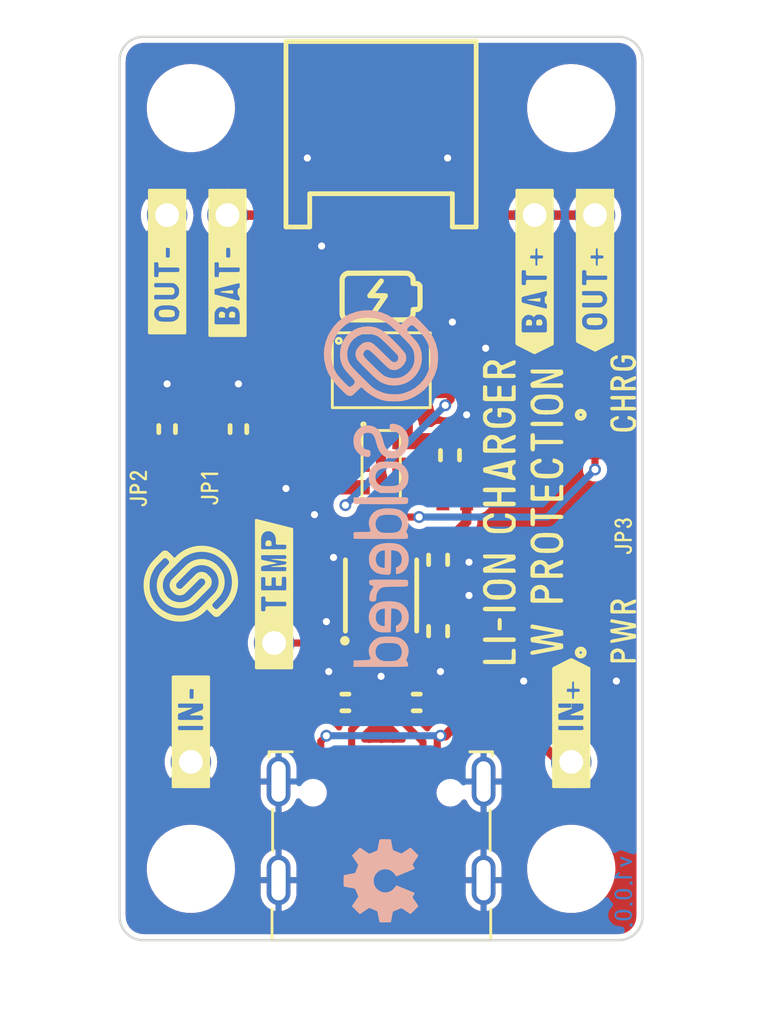
<source format=kicad_pcb>
(kicad_pcb (version 20210126) (generator pcbnew)
  (layers (0 "F.Cu" mixed) (31 "B.Cu" signal) (34 "B.Paste" user) (35 "F.Paste" user) (36 "B.SilkS" user "B.Silkscreen") (37 "F.SilkS" user "F.Silkscreen") (38 "B.Mask" user) (39 "F.Mask" user) (44 "Edge.Cuts" user))
  (net 0 "")
  (net 1 "VUSB")
  (net 2 "GND")
  (net 3 "VBAT")
  (net 4 "GND_ISO")
  (net 5 "Net-(C3-Pad1)")
  (net 6 "Net-(D1-Pad1)")
  (net 7 "Net-(D2-Pad2)")
  (net 8 "PROG")
  (net 9 "Net-(JP1-Pad1)")
  (net 10 "Net-(JP2-Pad1)")
  (net 14 "Net-(K1-PadB5)")
  (net 18 "Net-(K1-PadA5)")
  (net 19 "TEMP")
  (net 20 "Net-(R6-Pad1)")
  (net 21 "Net-(R7-Pad2)")
  (net 24 "OC")
  (net 25 "OD")
  (net 28 "Net-(R3-Pad1)")
  (footprint "e-radionica.com footprinti:HOLE_3.2mm" (layer "F.Cu") (at 119 85)
    (fp_text reference "H4" hide)
    (fp_text value "HOLE_3.2mm" hide)
    (pad "" np_thru_hole circle (at 0 0) (size 3.2 3.2) (drill 3.2) (layers F&B.Cu *.Mask))
  )
  (footprint "buzzardLabel" (layer "F.Cu") (at 102 88 90)
    (fp_text reference "" (at 0 0 90) (layer "F.SilkS") (effects (font (size 1.27 1.27))))
    (fp_text value "" (at 0 0 90) (layer "F.SilkS") (effects (font (size 1.27 1.27))))
  )
  (footprint "e-radionica.com footprinti:0402LED" (layer "F.Cu") (at 120 97 -90)
    (fp_text reference "D2")
    (fp_text value "red")
    (pad "1" smd rect (at -0.55 0) (size 0.75 0.45) (layers "F.Cu" "F.Paste" "F.Mask") (net 1 "VUSB"))
    (pad "2" smd rect (at 0.55 0) (size 0.75 0.45) (layers "F.Cu" "F.Paste" "F.Mask") (net 7 "Net-(D2-Pad2)"))
  )
  (footprint "e-radionica.com footprinti:TP4056M-MSOP8" (layer "F.Cu") (at 111 105.5 90)
    (fp_text reference "U1")
    (fp_text value "TP4056M")
    (pad "1" smd rect (at -1.975 -0.975 90) (size 1.35 0.45) (layers "F.Cu" "F.Paste" "F.Mask") (net 19 "TEMP"))
    (pad "2" smd rect (at -1.975 -0.325 90) (size 1.35 0.45) (layers "F.Cu" "F.Paste" "F.Mask") (net 8 "PROG"))
    (pad "3" smd rect (at -1.975 0.325 90) (size 1.35 0.45) (layers "F.Cu" "F.Paste" "F.Mask") (net 2 "GND"))
    (pad "4" smd rect (at -1.975 0.975 90) (size 1.35 0.45) (layers "F.Cu" "F.Paste" "F.Mask") (net 1 "VUSB"))
    (pad "5" smd rect (at 1.975 0.975 90) (size 1.35 0.45) (layers "F.Cu" "F.Paste" "F.Mask") (net 3 "VBAT"))
    (pad "6" smd rect (at 1.975 0.325 90) (size 1.35 0.45) (layers "F.Cu" "F.Paste" "F.Mask"))
    (pad "7" smd rect (at 1.975 -0.325 90) (size 1.35 0.45) (layers "F.Cu" "F.Paste" "F.Mask") (net 20 "Net-(R6-Pad1)"))
    (pad "8" smd rect (at 1.975 -0.975 90) (size 1.35 0.45) (layers "F.Cu" "F.Paste" "F.Mask") (net 1 "VUSB"))
  )
  (footprint "buzzardLabel" (layer "F.Cu") (at 119 114 90)
    (fp_text reference "" (at 0 0 90) (layer "F.SilkS") (effects (font (size 1.27 1.27))))
    (fp_text value "" (at 0 0 90) (layer "F.SilkS") (effects (font (size 1.27 1.27))))
  )
  (footprint "e-radionica.com footprinti:0603C" (layer "F.Cu") (at 113.9 99.6 90)
    (fp_text reference "C3")
    (fp_text value "0.1uF")
    (pad "1" smd rect (at -0.73 0 90) (size 0.66 1) (layers "F.Cu" "F.Paste" "F.Mask") (net 5 "Net-(C3-Pad1)"))
    (pad "2" smd rect (at 0.73 0 90) (size 0.66 1) (layers "F.Cu" "F.Paste" "F.Mask") (net 4 "GND_ISO"))
  )
  (footprint "e-radionica.com footprinti:SMD-JUMPER-CONNECTED_TRACE_NOSLODERMASK" (layer "F.Cu") (at 120 103 -90)
    (fp_text reference "JP3")
    (fp_text value "SMD-JUMPER-CONNECTED_TRACE_NOSLODERMASK")
    (fp_poly (pts (xy 0.1 0.1) (xy -0.1 0.1) (xy -0.1 -0.1) (xy 0.1 -0.1)) (layer "F.Cu") (width 0.1) (fill solid))
    (pad "1" smd rect (at -0.35 0 270) (size 0.5 1) (layers "F.Cu") (net 1 "VUSB"))
    (pad "2" smd rect (at 0.35 0 270) (size 0.5 1) (layers "F.Cu") (net 28 "Net-(R3-Pad1)"))
  )
  (footprint "buzzardLabel" (layer "F.Cu") (at 121.2 97 90)
    (fp_text reference "" (at 0 0 90) (layer "F.SilkS") (effects (font (size 1.27 1.27))))
    (fp_text value "" (at 0 0 90) (layer "F.SilkS") (effects (font (size 1.27 1.27))))
  )
  (footprint "e-radionica.com footprinti:Sot23-6" (layer "F.Cu") (at 111 100)
    (fp_text reference "U2")
    (fp_text value "DW01-P(SOT23-6)")
    (pad "1" smd rect (at -1.1375 -0.95) (size 1.325 0.6) (layers "F.Cu" "F.Paste" "F.Mask") (net 25 "OD"))
    (pad "2" smd rect (at -1.1375 0) (size 1.325 0.6) (layers "F.Cu" "F.Paste" "F.Mask") (net 21 "Net-(R7-Pad2)"))
    (pad "3" smd rect (at -1.1375 0.95) (size 1.325 0.6) (layers "F.Cu" "F.Paste" "F.Mask") (net 24 "OC"))
    (pad "4" smd rect (at 1.1375 0.95) (size 1.325 0.6) (layers "F.Cu" "F.Paste" "F.Mask"))
    (pad "5" smd rect (at 1.1375 0) (size 1.325 0.6) (layers "F.Cu" "F.Paste" "F.Mask") (net 5 "Net-(C3-Pad1)"))
    (pad "6" smd rect (at 1.1375 -0.95) (size 1.325 0.6) (layers "F.Cu" "F.Paste" "F.Mask") (net 4 "GND_ISO"))
  )
  (footprint "buzzardLabel" (layer "F.Cu") (at 100.8 101 90)
    (fp_text reference "" (at 0 0 90) (layer "F.SilkS") (effects (font (size 1.27 1.27))))
    (fp_text value "" (at 0 0 90) (layer "F.SilkS") (effects (font (size 1.27 1.27))))
  )
  (footprint "buzzardLabel" (layer "F.Cu") (at 120 88 90)
    (fp_text reference "" (at 0 0 90) (layer "F.SilkS") (effects (font (size 1.27 1.27))))
    (fp_text value "" (at 0 0 90) (layer "F.SilkS") (effects (font (size 1.27 1.27))))
  )
  (footprint "e-radionica.com footprinti:0402R" (layer "F.Cu") (at 120 105 -90)
    (fp_text reference "R3")
    (fp_text value "330R")
    (pad "1" smd rect (at -0.5 0) (size 0.64 0.54) (layers "F.Cu" "F.Paste" "F.Mask") (net 28 "Net-(R3-Pad1)"))
    (pad "2" smd rect (at 0.5 0) (size 0.64 0.54) (layers "F.Cu" "F.Paste" "F.Mask") (net 6 "Net-(D1-Pad1)"))
  )
  (footprint "e-radionica.com footprinti:U262-161N-4BVC11" (layer "F.Cu") (at 111 115)
    (fp_text reference "K1")
    (fp_text value "U262-161N-4BVC11")
    (pad "" np_thru_hole circle (at -2.862 -1.2) (size 0.65 0.65) (drill 0.65) (layers F&B.Cu *.Mask))
    (pad "" np_thru_hole circle (at 2.913 -1.2) (size 0.65 0.65) (drill 0.65) (layers F&B.Cu *.Mask))
    (pad "A1" smd rect (at -3.337 -2.475) (size 0.3 1.15) (layers "F.Cu" "F.Paste" "F.Mask") (net 2 "GND"))
    (pad "A4" smd rect (at -2.537 -2.475) (size 0.3 1.15) (layers "F.Cu" "F.Paste" "F.Mask") (net 1 "VUSB"))
    (pad "A5" smd rect (at -1.237 -2.475) (size 0.3 1.15) (layers "F.Cu" "F.Paste" "F.Mask") (net 18 "Net-(K1-PadA5)"))
    (pad "A6" smd rect (at -0.237 -2.475) (size 0.3 1.15) (layers "F.Cu" "F.Paste" "F.Mask"))
    (pad "A7" smd rect (at 0.263 -2.475) (size 0.3 1.15) (layers "F.Cu" "F.Paste" "F.Mask"))
    (pad "A8" smd rect (at 1.263 -2.475) (size 0.3 1.15) (layers "F.Cu" "F.Paste" "F.Mask"))
    (pad "A9" smd rect (at 2.563 -2.475) (size 0.3 1.15) (layers "F.Cu" "F.Paste" "F.Mask") (net 1 "VUSB"))
    (pad "A12" smd rect (at 3.338 -2.475) (size 0.3 1.15) (layers "F.Cu" "F.Paste" "F.Mask") (net 2 "GND"))
    (pad "B1" smd rect (at 3.138 -2.475) (size 0.3 1.15) (layers "F.Cu" "F.Paste" "F.Mask") (net 2 "GND"))
    (pad "B4" smd rect (at 2.363 -2.475) (size 0.3 1.15) (layers "F.Cu" "F.Paste" "F.Mask") (net 1 "VUSB"))
    (pad "B5" smd rect (at 1.763 -2.475) (size 0.3 1.15) (layers "F.Cu" "F.Paste" "F.Mask") (net 14 "Net-(K1-PadB5)"))
    (pad "B6" smd rect (at 0.763 -2.475) (size 0.3 1.15) (layers "F.Cu" "F.Paste" "F.Mask"))
    (pad "B7" smd rect (at -0.737 -2.475) (size 0.3 1.15) (layers "F.Cu" "F.Paste" "F.Mask"))
    (pad "B8" smd rect (at -1.737 -2.475) (size 0.3 1.15) (layers "F.Cu" "F.Paste" "F.Mask"))
    (pad "B9" smd rect (at -2.337 -2.475) (size 0.3 1.15) (layers "F.Cu" "F.Paste" "F.Mask") (net 1 "VUSB"))
    (pad "B12" smd rect (at -3.112 -2.475) (size 0.3 1.15) (layers "F.Cu" "F.Paste" "F.Mask") (net 2 "GND"))
    (pad "SH" thru_hole oval (at 4.313 -1.675) (size 1 2.1) (drill oval 0.6 1.7) (layers *.Cu *.Mask) (net 2 "GND"))
    (pad "SH" thru_hole oval (at 4.313 2.475) (size 1 2.1) (drill oval 0.6 1.7) (layers *.Cu *.Mask) (net 2 "GND"))
    (pad "SH" thru_hole oval (at -4.312 2.475) (size 1 2.1) (drill oval 0.6 1.7) (layers *.Cu *.Mask) (net 2 "GND"))
    (pad "SH" thru_hole oval (at -4.312 -1.675) (size 1 2.1) (drill oval 0.6 1.7) (layers *.Cu *.Mask) (net 2 "GND"))
  )
  (footprint "e-radionica.com footprinti:0603R" (layer "F.Cu") (at 105 98.5 -90)
    (fp_text reference "R4")
    (fp_text value "4.7k")
    (pad "1" smd rect (at -0.775 0) (size 1 0.64) (layers "F.Cu" "F.Paste" "F.Mask") (net 2 "GND"))
    (pad "2" smd rect (at 0.775 0) (size 1 0.64) (layers "F.Cu" "F.Paste" "F.Mask") (net 9 "Net-(JP1-Pad1)"))
  )
  (footprint "e-radionica.com footprinti:FIDUCIAL_1MM_PASTE" (layer "F.Cu") (at 110 118)
    (fp_text reference "FD1")
    (fp_text value "Fiducial_Stencil")
    (pad "1" smd circle (at 0 0) (size 1 1) (property pad_prop_fiducial_glob) (layers "F.Cu" "F.Paste" "F.Mask"))
  )
  (footprint "Soldered Graphics:Logo-Back-OSH-3.5mm" (layer "F.Cu") (at 111 117.5 90)
    (fp_text reference "G***" hide)
    (fp_text value "LOGO" hide)
  )
  (footprint "e-radionica.com footprinti:HOLE_3.2mm" (layer "F.Cu") (at 103 117)
    (fp_text reference "H1" hide)
    (fp_text value "HOLE_3.2mm" hide)
    (pad "" np_thru_hole circle (at 0 0) (size 3.2 3.2) (drill 3.2) (layers F&B.Cu *.Mask))
  )
  (footprint "Soldered Graphics:Symbol-Front-Battery" (layer "F.Cu") (at 111 93)
    (fp_text reference "G***" hide)
    (fp_text value "LOGO" hide)
  )
  (footprint "Soldered Graphics:Logo-Front-Soldered-4mm" (layer "F.Cu") (at 103 105 90)
    (fp_text reference "G***" hide)
    (fp_text value "LOGO" hide)
  )
  (footprint "e-radionica.com footprinti:JST-2pin-SMD" (layer "F.Cu") (at 111 87)
    (fp_text reference "K7")
    (fp_text value "JST-2pin-SMD")
    (pad "" smd rect (at 3.3 -3.15) (size 1 3) (layers "F.Cu" "F.Paste" "F.Mask"))
    (pad "" smd rect (at -3.3 -3.15) (size 1 3) (layers "F.Cu" "F.Paste" "F.Mask"))
    (pad "1" smd rect (at 1 3.15) (size 1.1 2) (layers "F.Cu" "F.Paste" "F.Mask") (net 3 "VBAT"))
    (pad "2" smd rect (at -1 3.15) (size 1.1 2) (layers "F.Cu" "F.Paste" "F.Mask") (net 4 "GND_ISO"))
  )
  (footprint "buzzardLabel" (layer "F.Cu") (at 117.46 88 90)
    (fp_text reference "" (at 0 0 90) (layer "F.SilkS") (effects (font (size 1.27 1.27))))
    (fp_text value "" (at 0 0 90) (layer "F.SilkS") (effects (font (size 1.27 1.27))))
  )
  (footprint "buzzardLabel" (layer "F.Cu") (at 121.2 107 90)
    (fp_text reference "" (at 0 0 90) (layer "F.SilkS") (effects (font (size 1.27 1.27))))
    (fp_text value "" (at 0 0 90) (layer "F.SilkS") (effects (font (size 1.27 1.27))))
  )
  (footprint "e-radionica.com footprinti:0402LED" (layer "F.Cu") (at 120 107 -90)
    (fp_text reference "D1")
    (fp_text value "purple")
    (pad "1" smd rect (at -0.55 0) (size 0.75 0.45) (layers "F.Cu" "F.Paste" "F.Mask") (net 6 "Net-(D1-Pad1)"))
    (pad "2" smd rect (at 0.55 0) (size 0.75 0.45) (layers "F.Cu" "F.Paste" "F.Mask") (net 2 "GND"))
  )
  (footprint "e-radionica.com footprinti:0402R" (layer "F.Cu") (at 120 99 90)
    (fp_text reference "R6")
    (fp_text value "100R")
    (pad "1" smd rect (at -0.5 0 180) (size 0.64 0.54) (layers "F.Cu" "F.Paste" "F.Mask") (net 20 "Net-(R6-Pad1)"))
    (pad "2" smd rect (at 0.5 0 180) (size 0.64 0.54) (layers "F.Cu" "F.Paste" "F.Mask") (net 7 "Net-(D2-Pad2)"))
  )
  (footprint "buzzardLabel" (layer "F.Cu") (at 118 102 90)
    (fp_text reference "" (at 0 0 90) (layer "F.SilkS") (effects (font (size 1.27 1.27))))
    (fp_text value "" (at 0 0 90) (layer "F.SilkS") (effects (font (size 1.27 1.27))))
  )
  (footprint "Soldered Graphics:Logo-Back-SolderedFULL-15mm" (layer "F.Cu") (at 111 101 90)
    (fp_text reference "REF**" hide)
    (fp_text value "Logo-Front-SolderedFULL-15mm" hide)
  )
  (footprint "buzzardLabel" (layer "F.Cu") (at 116 102 90)
    (fp_text reference "" (at 0 0 90) (layer "F.SilkS") (effects (font (size 1.27 1.27))))
    (fp_text value "" (at 0 0 90) (layer "F.SilkS") (effects (font (size 1.27 1.27))))
  )
  (footprint "e-radionica.com footprinti:SMD_JUMPER" (layer "F.Cu") (at 105 101 -90)
    (fp_text reference "JP1")
    (fp_text value "SMD_JUMPER")
    (pad "1" smd rect (at -0.35 0 270) (size 0.5 1) (layers "F.Cu" "F.Mask") (net 9 "Net-(JP1-Pad1)"))
    (pad "2" smd rect (at 0.35 0 270) (size 0.5 1) (layers "F.Cu" "F.Mask") (net 8 "PROG"))
  )
  (footprint "e-radionica.com footprinti:0603R" (layer "F.Cu") (at 102 98.5 -90)
    (fp_text reference "R5")
    (fp_text value "2k49")
    (pad "1" smd rect (at -0.775 0) (size 1 0.64) (layers "F.Cu" "F.Paste" "F.Mask") (net 2 "GND"))
    (pad "2" smd rect (at 0.775 0) (size 1 0.64) (layers "F.Cu" "F.Paste" "F.Mask") (net 10 "Net-(JP2-Pad1)"))
  )
  (footprint "buzzardLabel" (layer "F.Cu") (at 121.2 103 90)
    (fp_text reference "" (at 0 0 90) (layer "F.SilkS") (effects (font (size 1.27 1.27))))
    (fp_text value "" (at 0 0 90) (layer "F.SilkS") (effects (font (size 1.27 1.27))))
  )
  (footprint "buzzardLabel" (layer "F.Cu") (at 103.8 101 90)
    (fp_text reference "" (at 0 0 90) (layer "F.SilkS") (effects (font (size 1.27 1.27))))
    (fp_text value "" (at 0 0 90) (layer "F.SilkS") (effects (font (size 1.27 1.27))))
  )
  (footprint "e-radionica.com footprinti:TSSOP8" (layer "F.Cu") (at 111 96)
    (fp_text reference "U3")
    (fp_text value "FS8205A")
    (pad "1" smd rect (at -2.95 -0.975) (size 1.45 0.45) (layers "F.Cu" "F.Paste" "F.Mask"))
    (pad "2" smd rect (at -2.95 -0.325) (size 1.45 0.45) (layers "F.Cu" "F.Paste" "F.Mask") (net 4 "GND_ISO"))
    (pad "3" smd rect (at -2.95 0.325) (size 1.45 0.45) (layers "F.Cu" "F.Paste" "F.Mask") (net 4 "GND_ISO"))
    (pad "4" smd rect (at -2.95 0.975) (size 1.45 0.45) (layers "F.Cu" "F.Paste" "F.Mask") (net 25 "OD"))
    (pad "5" smd rect (at 2.95 0.975) (size 1.45 0.45) (layers "F.Cu" "F.Paste" "F.Mask") (net 24 "OC"))
    (pad "6" smd rect (at 2.95 0.325) (size 1.45 0.45) (layers "F.Cu" "F.Paste" "F.Mask") (net 2 "GND"))
    (pad "7" smd rect (at 2.95 -0.325) (size 1.45 0.45) (layers "F.Cu" "F.Paste" "F.Mask") (net 2 "GND"))
    (pad "8" smd rect (at 2.95 -0.975) (size 1.45 0.45) (layers "F.Cu" "F.Paste" "F.Mask"))
  )
  (footprint "e-radionica.com footprinti:0603R" (layer "F.Cu") (at 112.5 110)
    (fp_text reference "R1")
    (fp_text value "5.1k")
    (pad "1" smd rect (at -0.775 0 90) (size 1 0.64) (layers "F.Cu" "F.Paste" "F.Mask") (net 14 "Net-(K1-PadB5)"))
    (pad "2" smd rect (at 0.775 0 90) (size 1 0.64) (layers "F.Cu" "F.Paste" "F.Mask") (net 2 "GND"))
  )
  (footprint "e-radionica.com footprinti:HOLE_3.2mm" (layer "F.Cu") (at 119 117)
    (fp_text reference "H2" hide)
    (fp_text value "HOLE_3.2mm" hide)
    (pad "" np_thru_hole circle (at 0 0) (size 3.2 3.2) (drill 3.2) (layers F&B.Cu *.Mask))
  )
  (footprint "e-radionica.com footprinti:SMD_JUMPER_CONNECTED" (layer "F.Cu") (at 102 101 -90)
    (fp_text reference "JP2")
    (fp_text value "SMD-JUMPER-CONNECTED")
    (pad "1" smd rect (at -0.35 0 270) (size 0.5 1) (layers "F.Cu" "F.Paste" "F.Mask") (net 10 "Net-(JP2-Pad1)"))
    (pad "2" smd rect (at 0.35 0 270) (size 0.5 1) (layers "F.Cu" "F.Paste" "F.Mask") (net 8 "PROG"))
  )
  (footprint "buzzardLabel" (layer "F.Cu") (at 103 114 90)
    (fp_text reference "" (at 0 0 90) (layer "F.SilkS") (effects (font (size 1.27 1.27))))
    (fp_text value "" (at 0 0 90) (layer "F.SilkS") (effects (font (size 1.27 1.27))))
  )
  (footprint "buzzardLabel" (layer "F.Cu") (at 106.5 109 90)
    (fp_text reference "" (at 0 0 90) (layer "F.SilkS") (effects (font (size 1.27 1.27))))
    (fp_text value "" (at 0 0 90) (layer "F.SilkS") (effects (font (size 1.27 1.27))))
  )
  (footprint "e-radionica.com footprinti:0603C" (layer "F.Cu") (at 113.4 104 90)
    (fp_text reference "C2")
    (fp_text value "2.2uF")
    (pad "1" smd rect (at -0.73 0 90) (size 0.66 1) (layers "F.Cu" "F.Paste" "F.Mask") (net 2 "GND"))
    (pad "2" smd rect (at 0.73 0 90) (size 0.66 1) (layers "F.Cu" "F.Paste" "F.Mask") (net 3 "VBAT"))
  )
  (footprint "e-radionica.com footprinti:0402R" (layer "F.Cu") (at 114.1 101.6)
    (fp_text reference "R8")
    (fp_text value "100R")
    (pad "1" smd rect (at -0.5 0 90) (size 0.64 0.54) (layers "F.Cu" "F.Paste" "F.Mask") (net 5 "Net-(C3-Pad1)"))
    (pad "2" smd rect (at 0.5 0 90) (size 0.64 0.54) (layers "F.Cu" "F.Paste" "F.Mask") (net 3 "VBAT"))
  )
  (footprint "e-radionica.com footprinti:HOLE_3.2mm" (layer "F.Cu") (at 103 85)
    (fp_text reference "H3" hide)
    (fp_text value "HOLE_3.2mm" hide)
    (pad "" np_thru_hole circle (at 0 0) (size 3.2 3.2) (drill 3.2) (layers F&B.Cu *.Mask))
  )
  (footprint "e-radionica.com footprinti:0402R" (layer "F.Cu") (at 108.2 100.5 90)
    (fp_text reference "R7")
    (fp_text value "1k")
    (pad "1" smd rect (at -0.5 0 180) (size 0.64 0.54) (layers "F.Cu" "F.Paste" "F.Mask") (net 2 "GND"))
    (pad "2" smd rect (at 0.5 0 180) (size 0.64 0.54) (layers "F.Cu" "F.Paste" "F.Mask") (net 21 "Net-(R7-Pad2)"))
  )
  (footprint "e-radionica.com footprinti:0603R" (layer "F.Cu") (at 109.5 110 180)
    (fp_text reference "R2")
    (fp_text value "5.1k")
    (pad "1" smd rect (at -0.775 0 270) (size 1 0.64) (layers "F.Cu" "F.Paste" "F.Mask") (net 18 "Net-(K1-PadA5)"))
    (pad "2" smd rect (at 0.775 0 270) (size 1 0.64) (layers "F.Cu" "F.Paste" "F.Mask") (net 2 "GND"))
  )
  (footprint "buzzardLabel" (layer "F.Cu") (at 104.54 88 90)
    (fp_text reference "" (at 0 0 90) (layer "F.SilkS") (effects (font (size 1.27 1.27))))
    (fp_text value "" (at 0 0 90) (layer "F.SilkS") (effects (font (size 1.27 1.27))))
  )
  (footprint "e-radionica.com footprinti:0603C" (layer "F.Cu") (at 113.4 107 -90)
    (fp_text reference "C1")
    (fp_text value "2.2uF")
    (pad "1" smd rect (at -0.73 0 270) (size 0.66 1) (layers "F.Cu" "F.Paste" "F.Mask") (net 2 "GND"))
    (pad "2" smd rect (at 0.73 0 270) (size 0.66 1) (layers "F.Cu" "F.Paste" "F.Mask") (net 1 "VUSB"))
  )
  (footprint "e-radionica.com footprinti:HEADER_MALE_1X1" (layer "B.Cu") (at 106.5 107.5 180)
    (fp_text reference "K4")
    (fp_text value "HEADER_MALE_1X1")
    (pad "1" thru_hole circle (at 0 0 180) (size 1.7 1.7) (drill 1) (layers *.Cu *.Mask) (net 19 "TEMP"))
  )
  (footprint "e-radionica.com footprinti:HEADER_MALE_1X1" (layer "B.Cu") (at 119 112.5 180)
    (fp_text reference "K2")
    (fp_text value "HEADER_MALE_1X1")
    (pad "1" thru_hole circle (at 0 0 180) (size 1.7 1.7) (drill 1) (layers *.Cu *.Mask) (net 1 "VUSB"))
  )
  (footprint "e-radionica.com footprinti:HEADER_MALE_1X1" (layer "B.Cu") (at 120 89.5 180)
    (fp_text reference "K8")
    (fp_text value "HEADER_MALE_1X1")
    (pad "1" thru_hole circle (at 0 0 180) (size 1.7 1.7) (drill 1) (layers *.Cu *.Mask) (net 3 "VBAT"))
  )
  (footprint "e-radionica.com footprinti:HEADER_MALE_1X1" (layer "B.Cu") (at 102 89.5 180)
    (fp_text reference "K6")
    (fp_text value "HEADER_MALE_1X1")
    (pad "1" thru_hole circle (at 0 0 180) (size 1.7 1.7) (drill 1) (layers *.Cu *.Mask) (net 2 "GND"))
  )
  (footprint "e-radionica.com footprinti:HEADER_MALE_1X1" (layer "B.Cu") (at 104.54 89.5 180)
    (fp_text reference "K9")
    (fp_text value "HEADER_MALE_1X1")
    (pad "1" thru_hole circle (at 0 0 180) (size 1.7 1.7) (drill 1) (layers *.Cu *.Mask) (net 4 "GND_ISO"))
  )
  (footprint "Soldered Graphics:Version1.0.0." (layer "B.Cu") (at 121.2 118 -90)
    (fp_text reference "" (at 0 0 90) (layer "B.SilkS") (effects (font (size 1.27 1.27)) (justify mirror)))
    (fp_text value "" (at 0 0 90) (layer "B.SilkS") (effects (font (size 1.27 1.27)) (justify mirror)))
    (fp_poly (pts (xy 1.31 -0.38) (xy 1.36 -0.38) (xy 1.41 -0.37) (xy 1.42 -0.33) (xy 1.42 -0.27) (xy 1.38 -0.26) (xy 1.33 -0.26) (xy 1.3 -0.29) (xy 1.3 -0.34) (xy 1.31 -0.38)) (layer "B.Cu") (width 0.01) (fill solid))
    (fp_poly (pts (xy -1.33 -0.35) (xy -1.27 -0.35) (xy -1.25 -0.31) (xy -1.09 0.1) (xy -1.11 0.13) (xy -1.16 0.13) (xy -1.19 0.1) (xy -1.28 -0.16) (xy -1.3 -0.21) (xy -1.32 -0.17) (xy -1.41 0.09) (xy -1.44 0.13) (xy -1.49 0.13) (xy -1.51 0.1) (xy -1.36 -0.31) (xy -1.33 -0.35)) (layer "B.Cu") (width 0.01) (fill solid))
    (fp_poly (pts (xy 0.43 -0.38) (xy 0.48 -0.38) (xy 0.54 -0.37) (xy 0.54 -0.33) (xy 0.54 -0.27) (xy 0.5 -0.26) (xy 0.45 -0.26) (xy 0.42 -0.29) (xy 0.42 -0.34) (xy 0.43 -0.38)) (layer "B.Cu") (width 0.01) (fill solid))
    (fp_poly (pts (xy -0.44 -0.38) (xy -0.39 -0.38) (xy -0.34 -0.37) (xy -0.34 -0.33) (xy -0.34 -0.27) (xy -0.38 -0.26) (xy -0.43 -0.26) (xy -0.46 -0.29) (xy -0.46 -0.34) (xy -0.44 -0.38)) (layer "B.Cu") (width 0.01) (fill solid))
    (fp_poly (pts (xy 0.93 -0.35) (xy 0.99 -0.35) (xy 1.04 -0.33) (xy 1.01 -0.28) (xy 0.91 -0.28) (xy 0.87 -0.25) (xy 0.85 -0.2) (xy 0.83 -0.15) (xy 0.83 -0.11) (xy 0.82 0.01) (xy 0.83 0.13) (xy 0.83 0.17) (xy 0.84 0.22) (xy 0.87 0.27) (xy 0.9 0.3) (xy 1.01 0.3) (xy 1.04 0.26) (xy 1.05 0.21) (xy 1.06 0.15) (xy 1.07 0.05) (xy 1.07 -0.08) (xy 1.06 -0.12) (xy 1.06 -0.17) (xy 1.04 -0.22) (xy 1.02 -0.27) (xy 1.01 -0.28) (xy 1.05 -0.32) (xy 1.09 -0.29) (xy 1.12 -0.26) (xy 1.14 -0.22) (xy 1.15 -0.16) (xy 1.16 -0.11) (xy 1.16 -0.06) (xy 1.16 0.06) (xy 1.16 0.12) (xy 1.15 0.17) (xy 1.14 0.22) (xy 1.13 0.27) (xy 1.1 0.3) (xy 1.06 0.34) (xy 1.01 0.37) (xy 0.95 0.38) (xy 0.9 0.38) (xy 0.84 0.35) (xy 0.8 0.31) (xy 0.78 0.28) (xy 0.75 0.23) (xy 0.74 0.18) (xy 0.74 0.13) (xy 0.73 0.08) (xy 0.73 -0.04) (xy 0.73 -0.1) (xy 0.74 -0.14) (xy 0.75 -0.2) (xy 0.77 -0.25) (xy 0.79 -0.28) (xy 0.83 -0.32) (xy 0.89 -0.35) (xy 0.93 -0.35)) (layer "B.Cu") (width 0.01) (fill solid))
    (fp_poly (pts (xy -0.67 -0.35) (xy -0.62 -0.35) (xy -0.6 -0.31) (xy -0.6 0.35) (xy -0.64 0.38) (xy -0.69 0.38) (xy -0.73 0.34) (xy -0.84 0.22) (xy -0.86 0.17) (xy -0.83 0.16) (xy -0.73 0.22) (xy -0.69 0.23) (xy -0.69 -0.31) (xy -0.67 -0.35)) (layer "B.Cu") (width 0.01) (fill solid))
    (fp_poly (pts (xy 0.06 -0.35) (xy 0.11 -0.35) (xy 0.17 -0.33) (xy 0.13 -0.28) (xy 0.03 -0.28) (xy -0.01 -0.25) (xy -0.03 -0.2) (xy -0.05 -0.15) (xy -0.05 -0.11) (xy -0.05 0.01) (xy -0.05 0.13) (xy -0.05 0.17) (xy -0.03 0.22) (xy -0.01 0.27) (xy 0.02 0.3) (xy 0.13 0.3) (xy 0.16 0.26) (xy 0.18 0.21) (xy 0.18 0.15) (xy 0.19 0.05) (xy 0.19 -0.08) (xy 0.19 -0.12) (xy 0.18 -0.17) (xy 0.16 -0.22) (xy 0.14 -0.27) (xy 0.14 -0.28) (xy 0.17 -0.32) (xy 0.21 -0.29) (xy 0.24 -0.26) (xy 0.26 -0.22) (xy 0.27 -0.16) (xy 0.28 -0.11) (xy 0.28 -0.06) (xy 0.28 0.06) (xy 0.28 0.12) (xy 0.27 0.17) (xy 0.26 0.22) (xy 0.25 0.27) (xy 0.22 0.3) (xy 0.19 0.34) (xy 0.13 0.37) (xy 0.08 0.38) (xy 0.02 0.38) (xy -0.03 0.35) (xy -0.08 0.31) (xy -0.1 0.28) (xy -0.12 0.23) (xy -0.14 0.18) (xy -0.14 0.13) (xy -0.15 0.08) (xy -0.15 -0.04) (xy -0.14 -0.1) (xy -0.14 -0.14) (xy -0.13 -0.2) (xy -0.11 -0.25) (xy -0.08 -0.28) (xy -0.05 -0.32) (xy 0.01 -0.35) (xy 0.06 -0.35)) (layer "B.Cu") (width 0.01) (fill solid))
  )
  (footprint "e-radionica.com footprinti:HEADER_MALE_1X1" (layer "B.Cu") (at 103 112.5 180)
    (fp_text reference "K3")
    (fp_text value "HEADER_MALE_1X1")
    (pad "1" thru_hole circle (at 0 0 180) (size 1.7 1.7) (drill 1) (layers *.Cu *.Mask) (net 2 "GND"))
  )
  (footprint "e-radionica.com footprinti:HEADER_MALE_1X1" (layer "B.Cu") (at 117.46 89.5 180)
    (fp_text reference "K5")
    (fp_text value "HEADER_MALE_1X1")
    (pad "1" thru_hole circle (at 0 0 180) (size 1.7 1.7) (drill 1) (layers *.Cu *.Mask) (net 3 "VBAT"))
  )
  (gr_arc (start 101 119) (end 101 120) (angle 90) (layer "Edge.Cuts") (width 0.1))
  (gr_arc (start 101 83) (end 101 82) (angle -90) (layer "Edge.Cuts") (width 0.1))
  (gr_arc (start 121 119) (end 121 120) (angle -90) (layer "Edge.Cuts") (width 0.1))
  (gr_arc (start 121 83) (end 121 82) (angle 90) (layer "Edge.Cuts") (width 0.1))
  (gr_line (start 122 83) (end 122 119) (layer "Edge.Cuts") (width 0.1))
  (gr_line (start 121 120) (end 101 120) (layer "Edge.Cuts") (width 0.1))
  (gr_line (start 101 82) (end 121 82) (layer "Edge.Cuts") (width 0.1))
  (gr_line (start 100 119) (end 100 83) (layer "Edge.Cuts") (width 0.1))
  (segment (start 110.025 103.525) (end 110.025 104.225) (width 0.3) (layer "F.Cu") (net 1))
  (segment (start 114.95 106.55) (end 118.85 102.65) (width 0.3) (layer "F.Cu") (net 1))
  (segment (start 114.95 106.55) (end 115 106.5) (width 0.3) (layer "F.Cu") (net 1))
  (segment (start 114.95 110.15) (end 114.95 108.95) (width 0.4) (layer "F.Cu") (net 1))
  (segment (start 108.463 111.637) (end 108.7 111.4) (width 0.3) (layer "F.Cu") (net 1))
  (segment (start 120.75 96.45) (end 120 96.45) (width 0.3) (layer "F.Cu") (net 1))
  (segment (start 114.35 108.35) (end 114.95 108.95) (width 0.4) (layer "F.Cu") (net 1))
  (segment (start 113.4 107.73) (end 113.73 107.73) (width 0.4) (layer "F.Cu") (net 1))
  (segment (start 113.73 107.73) (end 114.35 108.35) (width 0.4) (layer "F.Cu") (net 1))
  (segment (start 108.463 112.525) (end 108.463 111.637) (width 0.3) (layer "F.Cu") (net 1))
  (segment (start 113.363 112.525) (end 113.363 111.537) (width 0.3) (layer "F.Cu") (net 1))
  (segment (start 120 102.65) (end 120.35 102.65) (width 0.3) (layer "F.Cu") (net 1))
  (segment (start 113.363 111.537) (end 113.5 111.4) (width 0.3) (layer "F.Cu") (net 1))
  (segment (start 114.95 108.95) (end 118.5 112.5) (width 0.4) (layer "F.Cu") (net 1))
  (segment (start 114.95 108.95) (end 114.95 106.55) (width 0.3) (layer "F.Cu") (net 1))
  (segment (start 121 102) (end 121 96.7) (width 0.3) (layer "F.Cu") (net 1))
  (segment (start 120.35 102.65) (end 121 102) (width 0.3) (layer "F.Cu") (net 1))
  (segment (start 110.025 104.225) (end 111.975 106.175) (width 0.3) (layer "F.Cu") (net 1))
  (segment (start 113.7 111.4) (end 114.95 110.15) (width 0.4) (layer "F.Cu") (net 1))
  (segment (start 113.5 111.4) (end 113.7 111.4) (width 0.4) (layer "F.Cu") (net 1))
  (segment (start 118.85 102.65) (end 120 102.65) (width 0.3) (layer "F.Cu") (net 1))
  (segment (start 111.975 106.175) (end 111.975 107.475) (width 0.3) (layer "F.Cu") (net 1))
  (segment (start 118.5 112.5) (end 119 112.5) (width 0.4) (layer "F.Cu") (net 1))
  (segment (start 113.4 107.73) (end 112.23 107.73) (width 0.4) (layer "F.Cu") (net 1))
  (segment (start 121 96.7) (end 120.75 96.45) (width 0.3) (layer "F.Cu") (net 1))
  (segment (start 112.23 107.73) (end 111.975 107.475) (width 0.4) (layer "F.Cu") (net 1))
  (via (at 113.5 111.4) (size 0.5) (drill 0.3) (layers "F.Cu" "B.Cu") (net 1))
  (via (at 108.7 111.4) (size 0.5) (drill 0.3) (layers "F.Cu" "B.Cu") (net 1))
  (segment (start 111.3 111.4) (end 113.5 111.4) (width 0.3) (layer "B.Cu") (net 1))
  (segment (start 108.7 111.4) (end 111.3 111.4) (width 0.3) (layer "B.Cu") (net 1))
  (via (at 113.8 87.1) (size 0.5) (drill 0.3) (layers "F.Cu" "B.Cu") (net 2))
  (via (at 115.4 95.1) (size 0.5) (drill 0.3) (layers "F.Cu" "B.Cu") (net 2))
  (via (at 108.8 108.7) (size 0.5) (drill 0.3) (layers "F.Cu" "B.Cu") (net 2))
  (via (at 114.7 105.5) (size 0.5) (drill 0.3) (layers "F.Cu" "B.Cu") (net 2))
  (via (at 111 108.9) (size 0.5) (drill 0.3) (layers "F.Cu" "B.Cu") (net 2))
  (via (at 114.6 97.9) (size 0.5) (drill 0.3) (layers "F.Cu" "B.Cu") (net 2))
  (via (at 108.7 106.6) (size 0.5) (drill 0.3) (layers "F.Cu" "B.Cu") (net 2))
  (via (at 114 94) (size 0.5) (drill 0.3) (layers "F.Cu" "B.Cu") (net 2))
  (via (at 114.7 104.1) (size 0.5) (drill 0.3) (layers "F.Cu" "B.Cu") (net 2))
  (via (at 107.9 87.1) (size 0.5) (drill 0.3) (layers "F.Cu" "B.Cu") (net 2))
  (via (at 117 109.1) (size 0.5) (drill 0.3) (layers "F.Cu" "B.Cu") (net 2))
  (via (at 102 96.6) (size 0.5) (drill 0.3) (layers "F.Cu" "B.Cu") (net 2))
  (via (at 108.5 90.8) (size 0.5) (drill 0.3) (layers "F.Cu" "B.Cu") (net 2))
  (via (at 108.2 102.1) (size 0.5) (drill 0.3) (layers "F.Cu" "B.Cu") (net 2))
  (via (at 120.9 109.1) (size 0.5) (drill 0.3) (layers "F.Cu" "B.Cu") (net 2))
  (via (at 113.5 108.7) (size 0.5) (drill 0.3) (layers "F.Cu" "B.Cu") (net 2))
  (via (at 109 103.9) (size 0.5) (drill 0.3) (layers "F.Cu" "B.Cu") (net 2))
  (via (at 107 101) (size 0.5) (drill 0.3) (layers "F.Cu" "B.Cu") (net 2))
  (via (at 105 96.6) (size 0.5) (drill 0.3) (layers "F.Cu" "B.Cu") (net 2))
  (segment (start 112.65 89.5) (end 112 90.15) (width 0.4) (layer "F.Cu") (net 3))
  (segment (start 114.6 101.6) (end 115.1 101.6) (width 0.4) (layer "F.Cu") (net 3))
  (segment (start 117.46 89.5) (end 120 89.5) (width 0.4) (layer "F.Cu") (net 3))
  (segment (start 112.23 103.27) (end 111.975 103.525) (width 0.4) (layer "F.Cu") (net 3))
  (segment (start 117.46 89.5) (end 112.65 89.5) (width 0.4) (layer "F.Cu") (net 3))
  (segment (start 113.4 103.27) (end 112.23 103.27) (width 0.4) (layer "F.Cu") (net 3))
  (segment (start 113.73 103.27) (end 114.6 102.4) (width 0.4) (layer "F.Cu") (net 3))
  (segment (start 114.6 102.4) (end 114.6 101.6) (width 0.4) (layer "F.Cu") (net 3))
  (segment (start 115.1 101.6) (end 117.46 99.24) (width 0.4) (layer "F.Cu") (net 3))
  (segment (start 117.46 99.24) (end 117.46 89.5) (width 0.4) (layer "F.Cu") (net 3))
  (segment (start 113.4 103.27) (end 113.73 103.27) (width 0.4) (layer "F.Cu") (net 3))
  (segment (start 110 96.2) (end 110.125 96.325) (width 0.4) (layer "F.Cu") (net 4))
  (segment (start 104.54 89.5) (end 109.35 89.5) (width 0.4) (layer "F.Cu") (net 4))
  (segment (start 108.05 95.675) (end 109.475 95.675) (width 0.4) (layer "F.Cu") (net 4))
  (segment (start 112.1375 98.3375) (end 110.125 96.325) (width 0.4) (layer "F.Cu") (net 4))
  (segment (start 110 90.15) (end 110 96.2) (width 0.4) (layer "F.Cu") (net 4))
  (segment (start 112.3175 98.87) (end 112.1375 99.05) (width 0.4) (layer "F.Cu") (net 4))
  (segment (start 110.125 96.325) (end 108.05 96.325) (width 0.4) (layer "F.Cu") (net 4))
  (segment (start 109.35 89.5) (end 110 90.15) (width 0.4) (layer "F.Cu") (net 4))
  (segment (start 109.475 95.675) (end 110.125 96.325) (width 0.4) (layer "F.Cu") (net 4))
  (segment (start 112.1375 99.05) (end 112.1375 98.3375) (width 0.4) (layer "F.Cu") (net 4))
  (segment (start 113.9 98.87) (end 112.3175 98.87) (width 0.4) (layer "F.Cu") (net 4))
  (segment (start 113.9 100.33) (end 113.9 100.7) (width 0.3) (layer "F.Cu") (net 5))
  (segment (start 113.6 101) (end 113.6 101.6) (width 0.3) (layer "F.Cu") (net 5))
  (segment (start 113.1 100) (end 113.43 100.33) (width 0.3) (layer "F.Cu") (net 5))
  (segment (start 112.1375 100) (end 113.1 100) (width 0.3) (layer "F.Cu") (net 5))
  (segment (start 113.43 100.33) (end 113.9 100.33) (width 0.3) (layer "F.Cu") (net 5))
  (segment (start 113.9 100.7) (end 113.6 101) (width 0.3) (layer "F.Cu") (net 5))
  (segment (start 120 105.5) (end 120 106.45) (width 0.3) (layer "F.Cu") (net 6))
  (segment (start 120 98.5) (end 120 97.55) (width 0.25) (layer "F.Cu") (net 7))
  (segment (start 105 101.35) (end 102 101.35) (width 0.3) (layer "F.Cu") (net 8))
  (segment (start 110.675 106.775) (end 105.25 101.35) (width 0.3) (layer "F.Cu") (net 8))
  (segment (start 105.25 101.35) (end 105 101.35) (width 0.3) (layer "F.Cu") (net 8))
  (segment (start 110.675 107.475) (end 110.675 106.775) (width 0.3) (layer "F.Cu") (net 8))
  (segment (start 105 100.65) (end 105 99.275) (width 0.3) (layer "F.Cu") (net 9))
  (segment (start 102 100.65) (end 102 99.275) (width 0.3) (layer "F.Cu") (net 10))
  (segment (start 112.763 111.663) (end 111.725 110.625) (width 0.3) (layer "F.Cu") (net 14))
  (segment (start 111.725 110.625) (end 111.725 110) (width 0.3) (layer "F.Cu") (net 14))
  (segment (start 112.763 112.525) (end 112.763 111.663) (width 0.3) (layer "F.Cu") (net 14))
  (segment (start 109.763 112.525) (end 109.763 111.137) (width 0.3) (layer "F.Cu") (net 18))
  (segment (start 109.763 111.137) (end 110.275 110.625) (width 0.3) (layer "F.Cu") (net 18))
  (segment (start 110.275 110.625) (end 110.275 110) (width 0.3) (layer "F.Cu") (net 18))
  (segment (start 106.5 107.5) (end 110 107.5) (width 0.3) (layer "F.Cu") (net 19))
  (segment (start 110 107.5) (end 110.025 107.475) (width 0.3) (layer "F.Cu") (net 19))
  (segment (start 110.675 103.525) (end 110.7 103.5) (width 0.3) (layer "F.Cu") (net 20))
  (segment (start 110.7 102.5) (end 111 102.2) (width 0.3) (layer "F.Cu") (net 20))
  (segment (start 111 102.2) (end 112.6 102.2) (width 0.3) (layer "F.Cu") (net 20))
  (segment (start 110.7 103.5) (end 110.7 102.5) (width 0.3) (layer "F.Cu") (net 20))
  (segment (start 120 100.2) (end 120 99.5) (width 0.3) (layer "F.Cu") (net 20))
  (via (at 112.6 102.2) (size 0.5) (drill 0.3) (layers "F.Cu" "B.Cu") (net 20))
  (via (at 120 100.2) (size 0.5) (drill 0.3) (layers "F.Cu" "B.Cu") (net 20))
  (segment (start 120 100.2) (end 118 102.2) (width 0.3) (layer "B.Cu") (net 20))
  (segment (start 118 102.2) (end 112.6 102.2) (width 0.3) (layer "B.Cu") (net 20))
  (segment (start 108.2 100) (end 109.8625 100) (width 0.3) (layer "F.Cu") (net 21))
  (segment (start 113.95 97.25) (end 113.95 96.975) (width 0.3) (layer "F.Cu") (net 24))
  (segment (start 109.8625 100.95) (end 109.8625 101.3375) (width 0.3) (layer "F.Cu") (net 24))
  (segment (start 109.8625 101.3375) (end 109.5 101.7) (width 0.3) (layer "F.Cu") (net 24))
  (segment (start 113.7 97.5) (end 113.95 97.25) (width 0.3) (layer "F.Cu") (net 24))
  (via (at 113.7 97.5) (size 0.5) (drill 0.3) (layers "F.Cu" "B.Cu") (net 24))
  (via (at 109.5 101.7) (size 0.5) (drill 0.3) (layers "F.Cu" "B.Cu") (net 24))
  (segment (start 113.7 97.5) (end 109.5 101.7) (width 0.3) (layer "B.Cu") (net 24))
  (segment (start 108.05 97.55) (end 108.05 96.975) (width 0.3) (layer "F.Cu") (net 25))
  (segment (start 109.55 99.05) (end 108.05 97.55) (width 0.3) (layer "F.Cu") (net 25))
  (segment (start 109.8625 99.05) (end 109.55 99.05) (width 0.3) (layer "F.Cu") (net 25))
  (segment (start 120 103.35) (end 120 104.5) (width 0.25) (layer "F.Cu") (net 28))
  (zone (net 2) (net_name "GND") (layers F&B.Cu) (connect_pads (clearance 0.254)) (min_thickness 0.254) (fill yes (thermal_gap 0.254) (thermal_bridge_width 0.254))
    (polygon (pts (xy 122 120) (xy 100 120) (xy 100 82) (xy 122 82)))
  )
)
</source>
